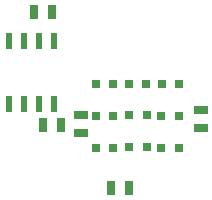
<source format=gts>
G04 ( created by brdgerber.py ( brdgerber.py v0.1 2014-03-12 ) ) date 2015-07-07 22:24:24 EDT*
G04 Gerber Fmt 3.4, Leading zero omitted, Abs format*
%MOIN*%
%FSLAX34Y34*%
G01*
G70*
G90*
G04 APERTURE LIST*
%ADD14R,0.0250X0.0450*%
%ADD11R,0.1259X0.1259*%
%ADD15R,0.0236X0.0551*%
%ADD13R,0.0314X0.0314*%
%ADD12R,0.0450X0.0250*%
%ADD10R,0.1535X0.1535*%
G04 APERTURE END LIST*
G54D14*
D12*
X05270Y10470D03*
D12*
X05270Y11070D03*
D13*
X05755Y12100D03*
D13*
X06345Y12100D03*
D13*
X06855Y12100D03*
D13*
X07445Y12100D03*
D13*
X07955Y12100D03*
D13*
X08545Y12100D03*
D13*
X05755Y11050D03*
D13*
X06345Y11050D03*
D13*
X06865Y11060D03*
D13*
X07455Y11060D03*
D13*
X07945Y11050D03*
D13*
X08535Y11050D03*
D14*
X04310Y14510D03*
D14*
X03710Y14510D03*
D13*
X05755Y09980D03*
D13*
X06345Y09980D03*
D13*
X06865Y09990D03*
D13*
X07455Y09990D03*
D13*
X07945Y09980D03*
D13*
X08535Y09980D03*
D12*
X09250Y11250D03*
D12*
X09250Y10650D03*
D14*
X06850Y08620D03*
D14*
X06250Y08620D03*
D15*
X02850Y13550D03*
D15*
X02850Y11450D03*
D15*
X03350Y13550D03*
D15*
X03850Y13550D03*
D15*
X04350Y13550D03*
D15*
X03350Y11450D03*
D15*
X03850Y11450D03*
D15*
X04350Y11450D03*
D14*
X04010Y10750D03*
D14*
X04610Y10750D03*
M02*

</source>
